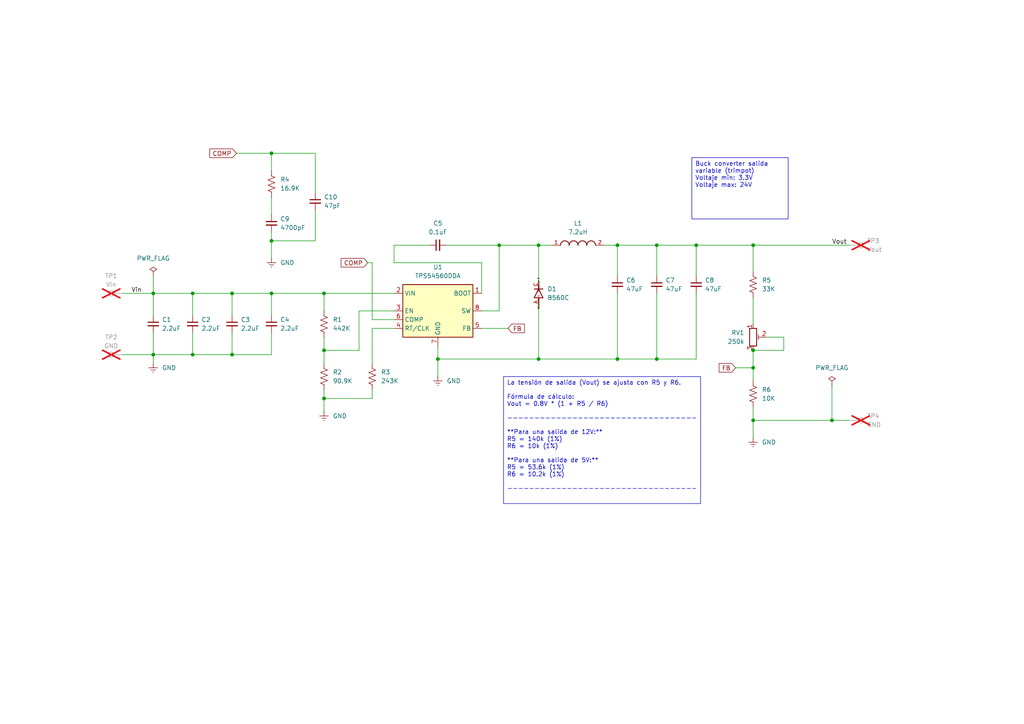
<source format=kicad_sch>
(kicad_sch (version 20250114) (generator "eeschema") (generator_version "9.0")
  (paper "A4")
  (title_block (title "Buck converter DC-DC regulable") (date "11/10/25") (rev "Rev 2") (company "KON team"))
  (lib_symbols
    (symbol "B560C-13-F:B560C-13-F" (pin_names (offset 1.016))
      (property "Reference" "D" (at 2.54 0.4826 0))
      (property "Value" "B560C-13-F" (at 2.54 -2.3114 0))
      (symbol "B560C-13-F_0_0"
        (polyline (pts (xy -1.27 1.27) (xy -1.27 0)) (stroke (width 0.254)))
        (polyline (pts (xy -1.27 0) (xy -2.54 0)) (stroke (width 0.254)))
        (polyline (pts (xy -1.27 0) (xy -1.27 -1.27)) (stroke (width 0.254)))
        (polyline (pts (xy -1.27 -1.27) (xy 1.27 0)) (stroke (width 0.254)))
        (polyline (pts (xy 1.27 1.27) (xy 1.27 0)) (stroke (width 0.254)))
        (polyline (pts (xy 1.27 0) (xy -1.27 1.27)) (stroke (width 0.254)))
        (polyline (pts (xy 1.27 0) (xy 1.27 -1.27)) (stroke (width 0.254)))
        (polyline (pts (xy 2.54 0) (xy 1.27 0)) (stroke (width 0.254)))
        (text "SpiceOrder 1" (at -2.54 0 0) (effects (font (size 0.4064 0.4064))))
        (text "SpiceOrder 2" (at 2.54 0 0) (effects (font (size 0.4064 0.4064))))
        (pin passive line (at -2.54 0 0) (length 0) (name "~") (number "A"))
        (pin passive line (at 2.54 0 180) (length 0) (name "~") (number "C"))
      )
    )
    (symbol "Connector:TestPoint" (pin_numbers (hide yes)) (pin_names (offset 0.762) (hide yes))
      (property "Reference" "TP" (at 0 6.858 0))
      (property "Value" "TestPoint" (at 0 5.08 0))
      (symbol "TestPoint_0_1"
        (circle (center 0 3.302) (radius 0.762))
      )
      (symbol "TestPoint_1_1"
        (pin passive line (at 0 0 90) (length 2.54) (name "1") (number "1"))
      )
    )
    (symbol "Device:C_Small" (pin_numbers (hide yes)) (pin_names (offset 0.254) (hide yes))
      (property "Reference" "C" (at 0.254 1.778 0))
      (property "Value" "C_Small" (at 0.254 -2.032 0))
      (symbol "C_Small_0_1"
        (polyline (pts (xy -1.524 0.508) (xy 1.524 0.508)) (stroke (width 0.3048)))
        (polyline (pts (xy -1.524 -0.508) (xy 1.524 -0.508)) (stroke (width 0.3302)))
      )
      (symbol "C_Small_1_1"
        (pin passive line (at 0 2.54 270) (length 2.032) (name "~") (number "1"))
        (pin passive line (at 0 -2.54 90) (length 2.032) (name "~") (number "2"))
      )
    )
    (symbol "Device:R_Potentiometer_Trim" (pin_names (offset 1.016) (hide yes))
      (property "Reference" "RV" (at -4.445 0 90))
      (property "Value" "R_Potentiometer_Trim" (at -2.54 0 90))
      (symbol "R_Potentiometer_Trim_0_1"
        (rectangle (start 1.016 2.54) (end -1.016 -2.54) (stroke (width 0.254)))
        (polyline (pts (xy 1.524 0.762) (xy 1.524 -0.762)))
        (polyline (pts (xy 2.54 0) (xy 1.524 0)))
      )
      (symbol "R_Potentiometer_Trim_1_1"
        (pin passive line (at 0 3.81 270) (length 1.27) (name "1") (number "1"))
        (pin passive line (at 0 -3.81 90) (length 1.27) (name "3") (number "3"))
        (pin passive line (at 3.81 0 180) (length 1.27) (name "2") (number "2"))
      )
    )
    (symbol "Device:R_US" (pin_numbers (hide yes)) (pin_names (offset 0))
      (property "Reference" "R" (at 2.54 0 90))
      (property "Value" "R_US" (at -2.54 0 90))
      (symbol "R_US_0_1"
        (polyline (pts (xy 0 2.286) (xy 0 2.54)))
        (polyline (pts (xy 0 2.286) (xy 1.016 1.905) (xy 0 1.524) (xy -1.016 1.143) (xy 0 0.762)))
        (polyline (pts (xy 0 0.762) (xy 1.016 0.381) (xy 0 0) (xy -1.016 -0.381) (xy 0 -0.762)))
        (polyline (pts (xy 0 -0.762) (xy 1.016 -1.143) (xy 0 -1.524) (xy -1.016 -1.905) (xy 0 -2.286)))
        (polyline (pts (xy 0 -2.286) (xy 0 -2.54)))
      )
      (symbol "R_US_1_1"
        (pin passive line (at 0 3.81 270) (length 1.27) (name "~") (number "1"))
        (pin passive line (at 0 -3.81 90) (length 1.27) (name "~") (number "2"))
      )
    )
    (symbol "Regulator_Switching:TPS54560BDDA"
      (property "Reference" "U" (at -6.35 8.89 0))
      (property "Value" "TPS54560BDDA" (at 10.16 8.89 0))
      (symbol "TPS54560BDDA_0_1"
        (rectangle (start -10.16 7.62) (end 10.16 -7.62) (stroke (width 0.254)) (fill (type background)))
      )
      (symbol "TPS54560BDDA_1_1"
        (pin power_in line (at -12.7 5.08 0) (length 2.54) (name "VIN") (number "2"))
        (pin input line (at -12.7 0 0) (length 2.54) (name "EN") (number "3"))
        (pin output line (at -12.7 -2.54 0) (length 2.54) (name "COMP") (number "6"))
        (pin passive line (at -12.7 -5.08 0) (length 2.54) (name "RT/CLK") (number "4"))
        (pin power_in line (at 0 -10.16 90) (length 2.54) (name "GND") (number "7"))
        (pin passive line (at 0 -10.16 90) (length 2.54) (hide yes) (name "GND") (number "9"))
        (pin passive line (at 12.7 5.08 180) (length 2.54) (name "BOOT") (number "1"))
        (pin power_out line (at 12.7 0 180) (length 2.54) (name "SW") (number "8"))
        (pin input line (at 12.7 -5.08 180) (length 2.54) (name "FB") (number "5"))
      )
    )
    (symbol "WE-PDF_1064:WE-PDF_1064" (pin_names (offset 1.016))
      (property "Reference" "L" (at 0 2.54 0))
      (property "Value" "WE-PDF_1064" (at -3.81 -2.54 0))
      (symbol "WE-PDF_1064_0_0"
        (arc (start -5.08 0) (mid -3.81 1.2645) (end -2.54 0) (stroke (width 0.254)))
        (arc (start -2.54 0) (mid -1.27 1.2645) (end 0 0) (stroke (width 0.254)))
        (arc (start 0 0) (mid 1.27 1.2645) (end 2.54 0) (stroke (width 0.254)))
        (arc (start 2.54 0) (mid 3.81 1.2645) (end 5.08 0) (stroke (width 0.254)))
        (pin passive line (at -7.62 0 0) (length 2.54) (name "~") (number "1"))
        (pin passive line (at 7.62 0 180) (length 2.54) (name "~") (number "2"))
      )
    )
    (symbol "power:Earth" (power) (pin_numbers (hide yes)) (pin_names (offset 0) (hide yes))
      (property "Value" "Earth" (at 0 -3.81 0))
      (symbol "Earth_0_1"
        (polyline (pts (xy -0.635 -1.905) (xy 0.635 -1.905)))
        (polyline (pts (xy -0.127 -2.54) (xy 0.127 -2.54)))
        (polyline (pts (xy 0 -1.27) (xy 0 0)))
        (polyline (pts (xy 1.27 -1.27) (xy -1.27 -1.27)))
      )
      (symbol "Earth_1_1"
        (pin power_in line (at 0 0 270) (length 0) (name "~") (number "1"))
      )
    )
    (symbol "power:PWR_FLAG" (power) (pin_numbers (hide yes)) (pin_names (offset 0) (hide yes))
      (property "Value" "PWR_FLAG" (at 0 3.81 0))
      (symbol "PWR_FLAG_0_0"
        (pin power_out line (at 0 0 90) (length 0) (name "~") (number "1"))
      )
      (symbol "PWR_FLAG_0_1"
        (polyline (pts (xy 0 0) (xy 0 1.27) (xy -1.016 1.905) (xy 0 2.54) (xy 1.016 1.905) (xy 0 1.27)))
      )
    )
  )
  (text_box "La tensión de salida (Vout) se ajusta con R5 y R6.\n\nFórmula de cálculo:\nVout = 0.8V * (1 + R5 / R6)\n\n-----------------------------------\n\n**Para una salida de 12V:**\nR5 = 140k (1%)\nR6 = 10k (1%)\n\n**Para una salida de 5V:**\nR5 = 53.6k (1%)\nR6 = 10.2k (1%)\n\n-----------------------------------\n" (at 146.05 109.22 0) (size 57.15 36.83) (margins 0.9525 0.9525 0.9525 0.9525) (effects (font (size 1.27 1.27)) (justify left top)))
  (text_box "Buck converter salida variable (trimpot)\nVoltaje min: 3.3V\nVoltaje max: 24V" (at 200.66 45.72 0) (size 27.94 17.78) (margins 0.9525 0.9525 0.9525 0.9525) (effects (font (size 1.27 1.27)) (justify left top)))
  (junction (at 55.88 85.09))
  (junction (at 78.74 69.85))
  (junction (at 218.44 71.12))
  (junction (at 190.5 104.14))
  (junction (at 93.98 85.09))
  (junction (at 179.07 71.12))
  (junction (at 156.21 104.14))
  (junction (at 78.74 85.09))
  (junction (at 127 104.14))
  (junction (at 93.98 101.6))
  (junction (at 144.78 71.12))
  (junction (at 55.88 102.87))
  (junction (at 241.3 121.92))
  (junction (at 218.44 106.68))
  (junction (at 201.93 71.12))
  (junction (at 218.44 121.92))
  (junction (at 93.98 115.57))
  (junction (at 190.5 71.12))
  (junction (at 67.31 85.09))
  (junction (at 179.07 104.14))
  (junction (at 44.45 85.09))
  (junction (at 67.31 102.87))
  (junction (at 44.45 102.87))
  (junction (at 218.44 101.6))
  (junction (at 78.74 44.45))
  (junction (at 156.21 71.12))
  (wire (pts (xy 175.26 71.12) (xy 179.07 71.12)))
  (wire (pts (xy 114.3 76.2) (xy 114.3 71.12)))
  (wire (pts (xy 156.21 71.12) (xy 160.02 71.12)))
  (wire (pts (xy 218.44 121.92) (xy 218.44 127)))
  (wire (pts (xy 129.54 71.12) (xy 144.78 71.12)))
  (wire (pts (xy 156.21 71.12) (xy 144.78 71.12)))
  (wire (pts (xy 78.74 96.52) (xy 78.74 102.87)))
  (wire (pts (xy 104.14 101.6) (xy 93.98 101.6)))
  (wire (pts (xy 179.07 104.14) (xy 156.21 104.14)))
  (wire (pts (xy 78.74 85.09) (xy 93.98 85.09)))
  (wire (pts (xy 139.7 95.25) (xy 147.32 95.25)))
  (wire (pts (xy 55.88 85.09) (xy 44.45 85.09)))
  (wire (pts (xy 67.31 85.09) (xy 67.31 91.44)))
  (wire (pts (xy 67.31 85.09) (xy 78.74 85.09)))
  (wire (pts (xy 107.95 76.2) (xy 107.95 92.71)))
  (wire (pts (xy 139.7 76.2) (xy 114.3 76.2)))
  (wire (pts (xy 218.44 118.11) (xy 218.44 121.92)))
  (wire (pts (xy 201.93 71.12) (xy 190.5 71.12)))
  (wire (pts (xy 190.5 85.09) (xy 190.5 104.14)))
  (wire (pts (xy 107.95 105.41) (xy 107.95 95.25)))
  (wire (pts (xy 227.33 97.79) (xy 227.33 101.6)))
  (wire (pts (xy 106.68 76.2) (xy 107.95 76.2)))
  (wire (pts (xy 127 100.33) (xy 127 104.14)))
  (wire (pts (xy 190.5 71.12) (xy 179.07 71.12)))
  (wire (pts (xy 91.44 55.88) (xy 91.44 44.45)))
  (wire (pts (xy 114.3 90.17) (xy 104.14 90.17)))
  (wire (pts (xy 144.78 90.17) (xy 139.7 90.17)))
  (wire (pts (xy 78.74 91.44) (xy 78.74 85.09)))
  (wire (pts (xy 93.98 101.6) (xy 93.98 105.41)))
  (wire (pts (xy 218.44 101.6) (xy 218.44 106.68)))
  (wire (pts (xy 144.78 71.12) (xy 144.78 90.17)))
  (wire (pts (xy 78.74 49.53) (xy 78.74 44.45)))
  (wire (pts (xy 78.74 57.15) (xy 78.74 62.23)))
  (wire (pts (xy 93.98 85.09) (xy 93.98 90.17)))
  (wire (pts (xy 78.74 102.87) (xy 67.31 102.87)))
  (wire (pts (xy 44.45 85.09) (xy 44.45 91.44)))
  (wire (pts (xy 179.07 80.01) (xy 179.07 71.12)))
  (wire (pts (xy 139.7 85.09) (xy 139.7 76.2)))
  (wire (pts (xy 201.93 71.12) (xy 218.44 71.12)))
  (wire (pts (xy 35.56 102.87) (xy 44.45 102.87)))
  (wire (pts (xy 127 104.14) (xy 156.21 104.14)))
  (wire (pts (xy 78.74 44.45) (xy 91.44 44.45)))
  (wire (pts (xy 107.95 113.03) (xy 107.95 115.57)))
  (wire (pts (xy 127 104.14) (xy 127 109.22)))
  (wire (pts (xy 55.88 102.87) (xy 44.45 102.87)))
  (wire (pts (xy 218.44 101.6) (xy 227.33 101.6)))
  (wire (pts (xy 44.45 96.52) (xy 44.45 102.87)))
  (wire (pts (xy 156.21 87.63) (xy 156.21 104.14)))
  (wire (pts (xy 35.56 85.09) (xy 44.45 85.09)))
  (wire (pts (xy 218.44 106.68) (xy 218.44 110.49)))
  (wire (pts (xy 68.58 44.45) (xy 78.74 44.45)))
  (wire (pts (xy 44.45 80.01) (xy 44.45 85.09)))
  (wire (pts (xy 55.88 96.52) (xy 55.88 102.87)))
  (wire (pts (xy 67.31 85.09) (xy 55.88 85.09)))
  (wire (pts (xy 241.3 121.92) (xy 246.38 121.92)))
  (wire (pts (xy 91.44 60.96) (xy 91.44 69.85)))
  (wire (pts (xy 104.14 90.17) (xy 104.14 101.6)))
  (wire (pts (xy 67.31 96.52) (xy 67.31 102.87)))
  (wire (pts (xy 78.74 67.31) (xy 78.74 69.85)))
  (wire (pts (xy 241.3 111.76) (xy 241.3 121.92)))
  (wire (pts (xy 218.44 86.36) (xy 218.44 93.98)))
  (wire (pts (xy 44.45 102.87) (xy 44.45 105.41)))
  (wire (pts (xy 93.98 97.79) (xy 93.98 101.6)))
  (wire (pts (xy 91.44 69.85) (xy 78.74 69.85)))
  (wire (pts (xy 55.88 85.09) (xy 55.88 91.44)))
  (wire (pts (xy 218.44 71.12) (xy 218.44 78.74)))
  (wire (pts (xy 222.25 97.79) (xy 227.33 97.79)))
  (wire (pts (xy 218.44 71.12) (xy 246.38 71.12)))
  (wire (pts (xy 201.93 104.14) (xy 190.5 104.14)))
  (wire (pts (xy 218.44 121.92) (xy 241.3 121.92)))
  (wire (pts (xy 107.95 95.25) (xy 114.3 95.25)))
  (wire (pts (xy 201.93 80.01) (xy 201.93 71.12)))
  (wire (pts (xy 179.07 104.14) (xy 190.5 104.14)))
  (wire (pts (xy 179.07 85.09) (xy 179.07 104.14)))
  (wire (pts (xy 67.31 102.87) (xy 55.88 102.87)))
  (wire (pts (xy 190.5 80.01) (xy 190.5 71.12)))
  (wire (pts (xy 156.21 82.55) (xy 156.21 71.12)))
  (wire (pts (xy 213.36 106.68) (xy 218.44 106.68)))
  (wire (pts (xy 78.74 69.85) (xy 78.74 74.93)))
  (wire (pts (xy 201.93 85.09) (xy 201.93 104.14)))
  (wire (pts (xy 107.95 92.71) (xy 114.3 92.71)))
  (wire (pts (xy 114.3 71.12) (xy 124.46 71.12)))
  (wire (pts (xy 93.98 113.03) (xy 93.98 115.57)))
  (wire (pts (xy 93.98 115.57) (xy 93.98 119.38)))
  (wire (pts (xy 93.98 85.09) (xy 114.3 85.09)))
  (wire (pts (xy 107.95 115.57) (xy 93.98 115.57)))
  (label "Vin" (at 38.1 85.09 0))
  (label "Vout" (at 241.3 71.12 0))
  (global_label "FB" (shape input) (at 213.36 106.68 180) (property "Intersheetrefs" "${INTERSHEET_REFS}" (effects (hide yes))))
  (global_label "COMP" (shape input) (at 106.68 76.2 180) (property "Intersheetrefs" "${INTERSHEET_REFS}" (effects (hide yes))))
  (global_label "FB" (shape input) (at 147.32 95.25 0) (property "Intersheetrefs" "${INTERSHEET_REFS}" (effects (hide yes))))
  (global_label "COMP" (shape input) (at 68.58 44.45 180) (property "Intersheetrefs" "${INTERSHEET_REFS}" (effects (hide yes))))
  (symbol (lib_id "WE-PDF_1064:WE-PDF_1064") (at 167.64 71.12 0) (unit 1)
    (property "Reference" "L1" (at 167.64 64.77 0))
    (property "Value" "7.2uH" (at 167.64 67.31 0))
    (property "Footprint" "Inductor:WE-PDF_1064" (effects (hide yes)))
    (property "MF" "Wurth Electronics" (effects (hide yes)))
    (property "Description_1" "Size 1064; L = 7.2 µH ±30%; IR = 7.9 A; Isat = 6 A; RDC = 12.8 mΩ" (effects (hide yes)))
    (property "Package" "Nonstandard Würth Elektronik" (effects (hide yes)))
    (property "Price" "None" (effects (hide yes)))
    (property "SnapEDA_Link" "https://www.snapeda.com/parts/7447798720/Wurth+Electronics/view-part/?ref=snap" (effects (hide yes)))
    (property "MP" "7447798720" (effects (hide yes)))
    (property "Availability" "In Stock" (effects (hide yes)))
    (property "Check_prices" "https://www.snapeda.com/parts/7447798720/Wurth+Electronics/view-part/?ref=eda" (effects (hide yes)))
  )
  (symbol (lib_id "Device:C_Small") (at 44.45 93.98 0) (unit 1)
    (property "Reference" "C1" (at 46.99 92.7162 0) (effects (justify left)))
    (property "Value" "2.2uF" (at 46.99 95.2562 0) (effects (justify left)))
    (property "Footprint" "Capacitor_SMD:C_1210_3225Metric" (effects (hide yes)))
    (property "Description" "Unpolarized capacitor, small symbol" (effects (hide yes)))
  )
  (symbol (lib_id "Device:C_Small") (at 190.5 82.55 0) (unit 1)
    (property "Reference" "C7" (at 193.04 81.2862 0) (effects (justify left)))
    (property "Value" "47uF" (at 193.04 83.8262 0) (effects (justify left)))
    (property "Footprint" "Capacitor_SMD:C_1210_3225Metric" (effects (hide yes)))
    (property "Description" "Unpolarized capacitor, small symbol" (effects (hide yes)))
  )
  (symbol (lib_id "power:PWR_FLAG") (at 241.3 111.76 0) (unit 1)
    (property "Reference" "#FLG03" (effects (hide yes)))
    (property "Value" "PWR_FLAG" (at 241.3 106.68 0))
    (property "Description" "Special symbol for telling ERC where power comes from" (effects (hide yes)))
  )
  (symbol (lib_id "Connector:TestPoint") (at 35.56 85.09 90) (unit 1) (dnp yes)
    (property "Reference" "TP1" (at 32.258 80.01 90))
    (property "Value" "Vin" (at 32.258 82.55 90))
    (property "Footprint" "TestPoint:TestPoint_THTPad_2.0x2.0mm_Drill1.0mm" (effects (hide yes)))
    (property "Description" "test point" (effects (hide yes)))
  )
  (symbol (lib_id "Device:R_US") (at 78.74 53.34 0) (unit 1)
    (property "Reference" "R4" (at 81.28 52.0699 0) (effects (justify left)))
    (property "Value" "16.9K" (at 81.28 54.6099 0) (effects (justify left)))
    (property "Footprint" "Resistor_SMD:R_0805_2012Metric" (effects (hide yes)))
    (property "Description" "Resistor, US symbol" (effects (hide yes)))
  )
  (symbol (lib_id "Device:R_US") (at 218.44 82.55 0) (unit 1)
    (property "Reference" "R5" (at 220.98 81.2799 0) (effects (justify left)))
    (property "Value" "33K" (at 220.98 83.8199 0) (effects (justify left)))
    (property "Footprint" "Resistor_SMD:R_0805_2012Metric" (effects (hide yes)))
    (property "Description" "Resistor, US symbol" (effects (hide yes)))
  )
  (symbol (lib_id "Device:R_US") (at 93.98 93.98 0) (unit 1)
    (property "Reference" "R1" (at 96.52 92.7099 0) (effects (justify left)))
    (property "Value" "442K" (at 96.52 95.2499 0) (effects (justify left)))
    (property "Footprint" "Resistor_SMD:R_0805_2012Metric" (effects (hide yes)))
    (property "Description" "Resistor, US symbol" (effects (hide yes)))
  )
  (symbol (lib_id "Device:C_Small") (at 78.74 93.98 0) (unit 1)
    (property "Reference" "C4" (at 81.28 92.7162 0) (effects (justify left)))
    (property "Value" "2.2uF" (at 81.28 95.2562 0) (effects (justify left)))
    (property "Footprint" "Capacitor_SMD:C_0805_2012Metric" (effects (hide yes)))
    (property "Description" "Unpolarized capacitor, small symbol" (effects (hide yes)))
  )
  (symbol (lib_id "power:PWR_FLAG") (at 44.45 80.01 0) (unit 1)
    (property "Reference" "#FLG01" (effects (hide yes)))
    (property "Value" "PWR_FLAG" (at 44.45 74.93 0))
    (property "Description" "Special symbol for telling ERC where power comes from" (effects (hide yes)))
  )
  (symbol (lib_id "Device:C_Small") (at 91.44 58.42 0) (unit 1)
    (property "Reference" "C10" (at 93.98 57.1562 0) (effects (justify left)))
    (property "Value" "47pF" (at 93.98 59.6962 0) (effects (justify left)))
    (property "Footprint" "Capacitor_SMD:C_0805_2012Metric" (effects (hide yes)))
    (property "Description" "Unpolarized capacitor, small symbol" (effects (hide yes)))
  )
  (symbol (lib_id "Device:C_Small") (at 67.31 93.98 0) (unit 1)
    (property "Reference" "C3" (at 69.85 92.7162 0) (effects (justify left)))
    (property "Value" "2.2uF" (at 69.85 95.2562 0) (effects (justify left)))
    (property "Footprint" "Capacitor_SMD:C_1210_3225Metric" (effects (hide yes)))
    (property "Description" "Unpolarized capacitor, small symbol" (effects (hide yes)))
  )
  (symbol (lib_id "power:Earth") (at 44.45 105.41 0) (unit 1)
    (property "Reference" "#PWR01" (effects (hide yes)))
    (property "Value" "GND" (at 46.99 106.6799 0) (effects (justify left)))
    (property "Description" "Power symbol creates a global label with name \"Earth\"" (effects (hide yes)))
  )
  (symbol (lib_id "Device:R_US") (at 218.44 114.3 0) (unit 1)
    (property "Reference" "R6" (at 220.98 113.0299 0) (effects (justify left)))
    (property "Value" "10K" (at 220.98 115.5699 0) (effects (justify left)))
    (property "Footprint" "Resistor_SMD:R_0805_2012Metric" (effects (hide yes)))
    (property "Description" "Resistor, US symbol" (effects (hide yes)))
  )
  (symbol (lib_id "power:Earth") (at 93.98 119.38 0) (unit 1)
    (property "Reference" "#PWR02" (effects (hide yes)))
    (property "Value" "GND" (at 96.52 120.6499 0) (effects (justify left)))
    (property "Description" "Power symbol creates a global label with name \"Earth\"" (effects (hide yes)))
  )
  (symbol (lib_id "power:Earth") (at 78.74 74.93 0) (unit 1)
    (property "Reference" "#PWR04" (effects (hide yes)))
    (property "Value" "GND" (at 81.28 76.1999 0) (effects (justify left)))
    (property "Description" "Power symbol creates a global label with name \"Earth\"" (effects (hide yes)))
  )
  (symbol (lib_id "Device:C_Small") (at 78.74 64.77 0) (unit 1)
    (property "Reference" "C9" (at 81.28 63.5062 0) (effects (justify left)))
    (property "Value" "4700pF" (at 81.28 66.0462 0) (effects (justify left)))
    (property "Footprint" "Capacitor_SMD:C_0805_2012Metric" (effects (hide yes)))
    (property "Description" "Unpolarized capacitor, small symbol" (effects (hide yes)))
  )
  (symbol (lib_id "Connector:TestPoint") (at 35.56 102.87 90) (unit 1) (dnp yes)
    (property "Reference" "TP2" (at 32.258 97.79 90))
    (property "Value" "GND" (at 32.258 100.33 90))
    (property "Footprint" "TestPoint:TestPoint_THTPad_2.0x2.0mm_Drill1.0mm" (effects (hide yes)))
    (property "Description" "test point" (effects (hide yes)))
  )
  (symbol (lib_id "B560C-13-F:B560C-13-F") (at 156.21 85.09 90) (unit 1)
    (property "Reference" "D1" (at 158.75 83.8198 90) (effects (justify right)))
    (property "Value" "B560C" (at 158.75 86.3598 90) (effects (justify right)))
    (property "Footprint" "B560C:SMC" (effects (hide yes)))
    (property "Description" "Diode Schottky 60 V 5A Surface Mount SMC" (effects (hide yes)))
    (property "Manufacturer" "Diodes Incorporated" (effects (hide yes)))
    (property "Paquete" "DO-214AB, SMC" (effects (hide yes)))
    (property "Paquete del dispositivo del proveedor" "SMC" (effects (hide yes)))
  )
  (symbol (lib_id "power:Earth") (at 218.44 127 0) (unit 1)
    (property "Reference" "#PWR05" (effects (hide yes)))
    (property "Value" "GND" (at 220.98 128.2699 0) (effects (justify left)))
    (property "Description" "Power symbol creates a global label with name \"Earth\"" (effects (hide yes)))
  )
  (symbol (lib_id "Device:R_Potentiometer_Trim") (at 218.44 97.79 0) (unit 1)
    (property "Reference" "RV1" (at 215.9 96.5199 0) (effects (justify right)))
    (property "Value" "250k" (at 215.9 99.0599 0) (effects (justify right)))
    (property "Footprint" "Potentiometer_SMD:Potentiometer_Bourns_3214W_Vertical" (effects (hide yes)))
    (property "Description" "Trim-potentiometer" (effects (hide yes)))
  )
  (symbol (lib_id "Device:C_Small") (at 55.88 93.98 0) (unit 1)
    (property "Reference" "C2" (at 58.42 92.7162 0) (effects (justify left)))
    (property "Value" "2.2uF" (at 58.42 95.2562 0) (effects (justify left)))
    (property "Footprint" "Capacitor_SMD:C_1210_3225Metric" (effects (hide yes)))
    (property "Description" "Unpolarized capacitor, small symbol" (effects (hide yes)))
  )
  (symbol (lib_id "Device:C_Small") (at 127 71.12 90) (unit 1)
    (property "Reference" "C5" (at 127.0063 64.77 90))
    (property "Value" "0.1uF" (at 127.0063 67.31 90))
    (property "Footprint" "Capacitor_SMD:C_0805_2012Metric" (effects (hide yes)))
    (property "Description" "Unpolarized capacitor, small symbol" (effects (hide yes)))
  )
  (symbol (lib_id "power:Earth") (at 127 109.22 0) (unit 1)
    (property "Reference" "#PWR03" (effects (hide yes)))
    (property "Value" "GND" (at 129.54 110.4899 0) (effects (justify left)))
    (property "Description" "Power symbol creates a global label with name \"Earth\"" (effects (hide yes)))
  )
  (symbol (lib_id "Device:R_US") (at 107.95 109.22 0) (unit 1)
    (property "Reference" "R3" (at 110.49 107.9499 0) (effects (justify left)))
    (property "Value" "243K" (at 110.49 110.4899 0) (effects (justify left)))
    (property "Footprint" "Resistor_SMD:R_0805_2012Metric" (effects (hide yes)))
    (property "Description" "Resistor, US symbol" (effects (hide yes)))
  )
  (symbol (lib_id "Regulator_Switching:TPS54560BDDA") (at 127 90.17 0) (unit 1)
    (property "Reference" "U1" (at 127 77.47 0))
    (property "Value" "TPS54560DDA" (at 127 80.01 0))
    (property "Footprint" "Package_SO:Texas_R-PDSO-G8_EP2.95x4.9mm_Mask2.4x3.1mm_ThermalVias" (effects (hide yes)))
    (property "Datasheet" "https://www.alldatasheet.com/datasheet-pdf/view/500211/TI/TPS54560.html" (effects (hide yes)))
    (property "Description" "5A, Step Down DC-DC Converter, 4.5-60V Input Voltage, Texas R-PDSO-G8" (effects (hide yes)))
    (property "Package" "SO-8-EP" (effects (hide yes)))
    (property "Manufacturer" " Texas Instruments" (effects (hide yes)))
  )
  (symbol (lib_id "Device:C_Small") (at 179.07 82.55 0) (unit 1)
    (property "Reference" "C6" (at 181.61 81.2862 0) (effects (justify left)))
    (property "Value" "47uF" (at 181.61 83.8262 0) (effects (justify left)))
    (property "Footprint" "Capacitor_SMD:C_1210_3225Metric" (effects (hide yes)))
    (property "Description" "Unpolarized capacitor, small symbol" (effects (hide yes)))
  )
  (symbol (lib_id "Connector:TestPoint") (at 246.38 71.12 270) (unit 1) (dnp yes)
    (property "Reference" "TP3" (at 251.46 69.8499 90) (effects (justify left)))
    (property "Value" "Vout" (at 251.46 72.3899 90) (effects (justify left)))
    (property "Footprint" "TestPoint:TestPoint_THTPad_2.0x2.0mm_Drill1.0mm" (effects (hide yes)))
    (property "Description" "test point" (effects (hide yes)))
  )
  (symbol (lib_id "Device:C_Small") (at 201.93 82.55 0) (unit 1)
    (property "Reference" "C8" (at 204.47 81.2862 0) (effects (justify left)))
    (property "Value" "47uF" (at 204.47 83.8262 0) (effects (justify left)))
    (property "Footprint" "Capacitor_SMD:C_1210_3225Metric" (effects (hide yes)))
    (property "Description" "Unpolarized capacitor, small symbol" (effects (hide yes)))
  )
  (symbol (lib_id "Connector:TestPoint") (at 246.38 121.92 270) (unit 1) (dnp yes)
    (property "Reference" "TP4" (at 251.46 120.6499 90) (effects (justify left)))
    (property "Value" "GND" (at 251.46 123.1899 90) (effects (justify left)))
    (property "Footprint" "TestPoint:TestPoint_THTPad_2.0x2.0mm_Drill1.0mm" (effects (hide yes)))
    (property "Description" "test point" (effects (hide yes)))
  )
  (symbol (lib_id "Device:R_US") (at 93.98 109.22 0) (unit 1)
    (property "Reference" "R2" (at 96.52 107.9499 0) (effects (justify left)))
    (property "Value" "90.9K" (at 96.52 110.4899 0) (effects (justify left)))
    (property "Footprint" "Resistor_SMD:R_0805_2012Metric" (effects (hide yes)))
    (property "Description" "Resistor, US symbol" (effects (hide yes)))
  )
)
</source>
